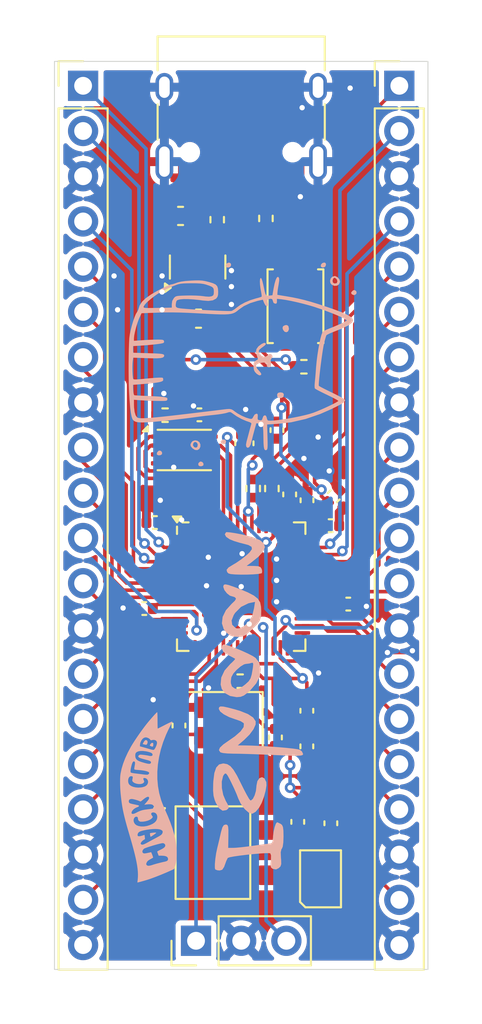
<source format=kicad_pcb>
(kicad_pcb (version 20241229) (generator "pcbnew") (generator_version "9.0")
  (layers (0 "F.Cu" signal) (2 "B.Cu" signal) (13 "F.Paste" user) (15 "B.Paste" user) (5 "F.SilkS" user "F.Silkscreen") (7 "B.SilkS" user "B.Silkscreen") (1 "F.Mask" user) (3 "B.Mask" user) (25 "Edge.Cuts" user))
  (net 0 "")
  (net 1 "+3V3")
  (net 2 "GND")
  (net 3 "+1V1")
  (net 4 "VBUS")
  (net 5 "XIN")
  (net 6 "Net-(C16-Pad2)")
  (net 7 "USB_D-")
  (net 8 "USB_D+")
  (net 9 "Net-(J1-CC2)")
  (net 10 "Net-(J1-CC1)")
  (net 11 "GPIO11")
  (net 12 "GPIO2")
  (net 13 "GPIO1")
  (net 14 "GPIO13")
  (net 15 "GPIO5")
  (net 16 "GPIO0")
  (net 17 "GPIO15")
  (net 18 "GPIO10")
  (net 19 "GPIO7")
  (net 20 "GPIO9")
  (net 21 "GPIO12")
  (net 22 "GPIO3")
  (net 23 "GPIO8")
  (net 24 "GPIO6")
  (net 25 "GPIO4")
  (net 26 "GPIO14")
  (net 27 "GPIO16")
  (net 28 "GPIO24")
  (net 29 "GPIO19")
  (net 30 "GPIO21")
  (net 31 "GPIO29_ADC3")
  (net 32 "GPIO18")
  (net 33 "GPIO22")
  (net 34 "RUN")
  (net 35 "GPIO17")
  (net 36 "GPIO23")
  (net 37 "GPIO28_ADC2")
  (net 38 "GPIO20")
  (net 39 "GPIO27_ADC1")
  (net 40 "GPIO26_ADC0")
  (net 41 "SWD")
  (net 42 "SWCLK")
  (net 43 "Net-(U1-USB_DP)")
  (net 44 "Net-(U1-USB_DM)")
  (net 45 "XOUT")
  (net 46 "QSPI_SS")
  (net 47 "QSPI_SD3")
  (net 48 "QSPI_SD0")
  (net 49 "QSPI_SD2")
  (net 50 "QSPI_SCLK")
  (net 52 "QSPI_SD1")
  (net 53 "Net-(R6-Pad2)")
  (net 54 "Net-(D1-DIN)")
  (net 56 "Net-(U3-Vcc)")
  (footprint "Capacitor_SMD:C_0402_1005Metric" (layer "F.Cu") (at 140.84 94.105)
    (property "Reference" "C8" (hide yes))
    (property "Value" "0.1uF")
  )
  (footprint "Capacitor_SMD:C_0603_1608Metric" (layer "F.Cu") (at 132.4 76.71 180)
    (property "Reference" "C13" (hide yes))
    (property "Value" "10uF")
  )
  (footprint "Resistor_SMD:R_0402_1005Metric" (layer "F.Cu") (at 137.2 76.85 -90)
    (property "Reference" "R2" (hide yes))
    (property "Value" "5.1K")
  )
  (footprint "Resistor_SMD:R_0402_1005Metric" (layer "F.Cu") (at 137.535 92.02 -90)
    (property "Reference" "R4" (hide yes))
    (property "Value" "27")
  )
  (footprint "Capacitor_SMD:C_0402_1005Metric" (layer "F.Cu") (at 138.99 110.74 90)
    (property "Reference" "R9" (hide yes))
    (property "Value" "100")
  )
  (footprint "Resistor_SMD:R_0402_1005Metric" (layer "F.Cu") (at 131.53 87.9)
    (property "Reference" "R7" (hide yes))
    (property "Value" "10K")
  )
  (footprint "Capacitor_SMD:C_0402_1005Metric" (layer "F.Cu") (at 141.01 92.455 45)
    (property "Reference" "C1" (hide yes))
    (property "Value" "1uF")
  )
  (footprint "Connector_PinHeader_2.54mm:PinHeader_1x03_P2.54mm_Vertical" (layer "F.Cu") (at 133.27 117.42 90)
    (property "Reference" "J4" (hide yes))
    (property "Value" "Conn_01x03")
  )
  (footprint "Connector_USB:USB_C_Receptacle_HRO_TYPE-C-31-M-12" (layer "F.Cu") (at 135.81 70.53 180)
    (property "Reference" "J1" (hide yes))
    (property "Value" "USB_C_Receptacle_USB2.0_14P")
  )
  (footprint "Capacitor_SMD:C_0402_1005Metric" (layer "F.Cu") (at 137.735 106 90)
    (property "Reference" "C16" (hide yes))
    (property "Value" "33pF")
  )
  (footprint "Crystal:Crystal_SMD_3225-4Pin_3.2x2.5mm" (layer "F.Cu") (at 134.96 105.16 180)
    (property "Reference" "Y1" (hide yes))
    (property "Value" "12 MHz")
  )
  (footprint "LED_SMD:LED_WS2812B-2020_PLCC4_2.0x2.0mm" (layer "F.Cu") (at 140.27 113.94 90)
    (property "Reference" "D1" (hide yes))
    (property "Value" "WS2812B-2020")
  )
  (footprint "Capacitor_SMD:C_0603_1608Metric" (layer "F.Cu") (at 133.41 82.48 180)
    (property "Reference" "C14" (hide yes))
    (property "Value" "10uF")
  )
  (footprint "Capacitor_SMD:C_0402_1005Metric" (layer "F.Cu") (at 130.96 93.93 180)
    (property "Reference" "C4" (hide yes))
    (property "Value" "0.1uF")
  )
  (footprint "Package_SON:Winbond_USON-8-1EP_3x2mm_P0.5mm_EP0.2x1.6mm" (layer "F.Cu") (at 132.61 89.855)
    (property "Reference" "U4" (hide yes))
    (property "Value" "W25Q16JVUXIQ TR")
  )
  (footprint "Capacitor_SMD:C_0402_1005Metric" (layer "F.Cu") (at 132.31 105.33 -90)
    (property "Reference" "C15" (hide yes))
    (property "Value" "33pF")
  )
  (footprint "Resistor_SMD:R_0402_1005Metric" (layer "F.Cu") (at 136.485 92.02 -90)
    (property "Reference" "R3" (hide yes))
    (property "Value" "27" (hide yes))
  )
  (footprint "Capacitor_SMD:C_0402_1005Metric" (layer "F.Cu") (at 138.535 92.35 90)
    (property "Reference" "C11" (hide yes))
    (property "Value" "0.1uF")
  )
  (footprint "Capacitor_SMD:C_0402_1005Metric" (layer "F.Cu") (at 141.83 98.51)
    (property "Reference" "C9" (hide yes))
    (property "Value" "0.1uF")
  )
  (footprint "OptoDevice:Everlight_IRM-H6xxT" (layer "F.Cu") (at 134.22 112.47)
    (property "Reference" "U3" (hide yes))
    (property "Value" "IRM-H6xxT" (hide yes))
  )
  (footprint "Capacitor_SMD:C_0402_1005Metric" (layer "F.Cu") (at 140.85 110.82 -90)
    (property "Reference" "R8" (hide yes))
    (property "Value" "330" (hide yes))
  )
  (footprint "Capacitor_SMD:C_0402_1005Metric" (layer "F.Cu") (at 139.5 106.5 -90)
    (property "Reference" "C2" (hide yes))
    (property "Value" "0.1uF")
  )
  (footprint "Resistor_SMD:R_0402_1005Metric" (layer "F.Cu") (at 139.335 85.18)
    (property "Reference" "R6" (hide yes))
    (property "Value" "1K")
  )
  (footprint "Capacitor_SMD:C_0402_1005Metric" (layer "F.Cu") (at 135.835 89.475 90)
    (property "Reference" "C12" (hide yes))
    (property "Value" "0.1uF")
  )
  (footprint "Resistor_SMD:R_0402_1005Metric" (layer "F.Cu") (at 135.75 102.84 180)
    (property "Reference" "R5" (hide yes))
    (property "Value" "1K")
  )
  (footprint "Package_DFN_QFN:QFN-56-1EP_7x7mm_P0.4mm_EP3.2x3.2mm" (layer "F.Cu") (at 135.81 97.53)
    (property "Reference" "U1" (hide yes))
    (property "Value" "RP2040")
  )
  (footprint "Connector_PinHeader_2.54mm:PinHeader_1x20_P2.54mm_Vertical" (layer "F.Cu") (at 126.92 69.4)
    (property "Reference" "J2" (hide yes))
    (property "Value" "Conn_01x20")
  )
  (footprint "Capacitor_SMD:C_0402_1005Metric" (layer "F.Cu") (at 139.51 92.68 90)
    (property "Reference" "C5" (hide yes))
    (property "Value" "0.1uF")
  )
  (footprint "Capacitor_SMD:C_0402_1005Metric" (layer "F.Cu") (at 130.36 98.76 180)
    (property "Reference" "C3" (hide yes))
    (property "Value" "0.1uF")
  )
  (footprint "Capacitor_SMD:C_0402_1005Metric" (layer "F.Cu") (at 137.82 88.74 90)
    (property "Reference" "C7" (hide yes))
    (property "Value" "0.1uF")
  )
  (footprint "Capacitor_SMD:C_0402_1005Metric" (layer "F.Cu") (at 133.46 87.88 180)
    (property "Reference" "C17" (hide yes))
    (property "Value" "0.1uF")
  )
  (footprint "Capacitor_SMD:C_0402_1005Metric" (layer "F.Cu") (at 139.5 104.5 -90)
    (property "Reference" "C10" (hide yes))
    (property "Value" "1uF")
  )
  (footprint "Resistor_SMD:R_0402_1005Metric" (layer "F.Cu") (at 134.46 76.92 -90)
    (property "Reference" "R1" (hide yes))
    (property "Value" "5.1K")
  )
  (footprint "Capacitor_SMD:C_0402_1005Metric" (layer "F.Cu") (at 136.86 89.48 90)
    (property "Reference" "C6" (hide yes))
    (property "Value" "0.1uF")
  )
  (footprint "Package_TO_SOT_SMD:SOT-23" (layer "F.Cu") (at 133.36 79.58 90)
    (property "Reference" "U2" (hide yes))
    (property "Value" "MCP1700x-330xxTT")
  )
  (footprint "Button_Switch_SMD:SW_Push_SPST_NO_Alps_SKRK" (layer "F.Cu") (at 138.86 81.78 -90)
    (property "Reference" "SW1" (hide yes))
    (property "Value" "SW_Push")
  )
  (footprint "Connector_PinHeader_2.54mm:PinHeader_1x20_P2.54mm_Vertical" (layer "F.Cu") (at 144.7 69.4)
    (property "Reference" "J3" (hide yes))
    (property "Value" "Conn_01x20")
  )
  (footprint "bull:name_banana" (layer "B.Cu") (at 136.2 103.99 90)
    (property "Reference" "G***" (hide yes))
    (property "Value" "LOGO" (hide yes))
  )
  (footprint "bull:flag" (layer "B.Cu") (at 130.44 109.55 90)
    (property "Reference" "G***" (hide yes))
    (property "Value" "LOGO" (hide yes))
  )
  (footprint "bull:cat_large" (layer "B.Cu") (at 135.88 85.05 90)
    (property "Reference" "G***" (hide yes))
    (property "Value" "LOGO" (hide yes))
  )
  (gr_rect (start 125.31 68.03) (end 146.31 119.03) (stroke (width 0.05)) (fill no) (layer "Edge.Cuts"))
  (segment (start 138.672439 98.53) (end 138.461 98.318561) (width 0.2) (layer "F.Cu") (net 1))
  (segment (start 138.09 86.86) (end 138.09 87.47) (width 0.2) (layer "F.Cu") (net 1))
  (segment (start 139.2475 98.53) (end 138.672439 98.53) (width 0.2) (layer "F.Cu") (net 1))
  (segment (start 131.44 93.93) (end 131.44 93.9975) (width 0.2) (layer "F.Cu") (net 1))
  (segment (start 134.185 82.955) (end 134.185 82.48) (width 0.2) (layer "F.Cu") (net 1))
  (segment (start 141.696 82.564) (end 144.7 79.56) (width 0.2) (layer "F.Cu") (net 1))
  (segment (start 137.61 102.68) (end 137.61 104.13) (width 0.2) (layer "F.Cu") (net 1))
  (segment (start 138.01 94.0925) (end 138.5775 94.0925) (width 0.2) (layer "F.Cu") (net 1))
  (segment (start 134.31 80.5175) (end 134.31 82.355) (width 0.2) (layer "F.Cu") (net 1))
  (segment (start 133.16 98.48) (end 133.16 94.879) (width 0.2) (layer "F.Cu") (net 1))
  (segment (start 138.461 95.079) (end 138.61 94.93) (width 0.2) (layer "F.Cu") (net 1))
  (segment (start 132.4235 94.879) (end 132.3725 94.93) (width 0.2) (layer "F.Cu") (net 1))
  (segment (start 136.41 94.0925) (end 136.41 93.494082) (width 0.2) (layer "F.Cu") (net 1))
  (segment (start 137.82 89.22) (end 138.431 88.609) (width 0.2) (layer "F.Cu") (net 1))
  (segment (start 140.670589 93.794411) (end 140.36 94.105) (width 0.2) (layer "F.Cu") (net 1))
  (segment (start 137.7475 86.5175) (end 134.185 82.955) (width 0.2) (layer "F.Cu") (net 1))
  (segment (start 136.01 100.9675) (end 136.01 101.69) (width 0.2) (layer "F.Cu") (net 1))
  (segment (start 132.04 87.43) (end 132.04 87.9) (width 0.2) (layer "F.Cu") (net 1))
  (segment (start 135.211 99.431) (end 134.011 99.431) (width 0.2) (layer "F.Cu") (net 1))
  (segment (start 132.3725 98.53) (end 133.11 98.53) (width 0.2) (layer "F.Cu") (net 1))
  (segment (start 136.41 93.494082) (end 136.21 93.294082) (width 0.2) (layer "F.Cu") (net 1))
  (segment (start 137.61 104.13) (end 139.5 106.02) (width 0.2) (layer "F.Cu") (net 1))
  (segment (start 140.121 91.884231) (end 140.121 91.87345) (width 0.2) (layer "F.Cu") (net 1))
  (segment (start 133.94 87.88) (end 133.94 87.159105) (width 0.2) (layer "F.Cu") (net 1))
  (segment (start 139.2475 98.53) (end 141.33 98.53) (width 0.2) (layer "F.Cu") (net 1))
  (segment (start 136.01 94.0925) (end 136.01 93.494082) (width 0.2) (layer "F.Cu") (net 1))
  (segment (start 136.01 94.0925) (end 136.01 94.63) (width 0.2) (layer "F.Cu") (net 1))
  (segment (start 139.935 91.68745) (end 139.935 90.63) (width 0.2) (layer "F.Cu") (net 1))
  (segment (start 133.560895 86.78) (end 132.69 86.78) (width 0.2) (layer "F.Cu") (net 1))
  (segment (start 134.011 99.431) (end 133.711 99.131) (width 0.2) (layer "F.Cu") (net 1))
  (segment (start 133.16 94.879) (end 132.4235 94.879) (width 0.2) (layer "F.Cu") (net 1))
  (segment (start 138.5775 94.0925) (end 139.51 93.16) (width 0.2) (layer "F.Cu") (net 1))
  (segment (start 134.035 89.105) (end 134.726 88.414) (width 0.2) (layer "F.Cu") (net 1))
  (segment (start 141.33 98.53) (end 141.35 98.51) (width 0.2) (layer "F.Cu") (net 1))
  (segment (start 140.121 91.87345) (end 139.935 91.68745) (width 0.2) (layer "F.Cu") (net 1))
  (segment (start 140.36 94.105) (end 140.0725 94.105) (width 0.2) (layer "F.Cu") (net 1))
  (segment (start 135.761 94.879) (end 133.16 94.879) (width 0.2) (layer "F.Cu") (net 1))
  (segment (start 137.61 102.68) (end 137.04034 102.68) (width 0.2) (layer "F.Cu") (net 1))
  (segment (start 138.99 110.26) (end 138.99 109.25) (width 0.2) (layer "F.Cu") (net 1))
  (segment (start 140.32 92.083231) (end 140.32 92.443822) (width 0.2) (layer "F.Cu") (net 1))
  (segment (start 138.56 108.82) (end 139.32 108.82) (width 0.2) (layer "F.Cu") (net 1))
  (segment (start 136.01 101.69) (end 136.23 101.91) (width 0.2) (layer "F.Cu") (net 1))
  (segment (start 136.23 101.91) (end 136.539 102.219) (width 0.2) (layer "F.Cu") (net 1))
  (segment (start 140.670589 92.794411) (end 139.875589 92.794411) (width 0.2) (layer "F.Cu") (net 1))
  (segment (start 140.670589 92.794411) (end 140.670589 93.794411) (width 0.2) (layer "F.Cu") (net 1))
  (segment (start 136.01 94.63) (end 135.761 94.879) (width 0.2) (layer "F.Cu") (net 1))
  (segment (start 138.99 109.25) (end 138.56 108.82) (width 0.2) (layer "F.Cu") (net 1))
  (segment (start 136.434387 90.385613) (end 136.86 89.96) (width 0.2) (layer "F.Cu") (net 1))
  (segment (start 133.94 87.159105) (end 133.560895 86.78) (width 0.2) (layer "F.Cu") (net 1))
  (segment (start 136.434387 90.712083) (end 136.434387 90.385613) (width 0.2) (layer "F.Cu") (net 1))
  (segment (start 137.04034 102.68) (end 136.62134 102.261) (width 0.2) (layer "F.Cu") (net 1))
  (segment (start 138.431 88.609) (end 138.431 87.201) (width 0.2) (layer "F.Cu") (net 1))
  (segment (start 137.6 89.22) (end 136.86 89.96) (width 0.2) (layer "F.Cu") (net 1))
  (segment (start 133.711 98.889242) (end 133.301758 98.48) (width 0.2) (layer "F.Cu") (net 1))
  (segment (start 140.0725 94.105) (end 139.2475 94.93) (width 0.2) (layer "F.Cu") (net 1))
  (segment (start 131.07 98.53) (end 130.84 98.76) (width 0.2) (layer "F.Cu") (net 1))
  (segment (start 139.875589 92.794411) (end 139.51 93.16) (width 0.2) (layer "F.Cu") (net 1))
  (segment (start 134.31 82.355) (end 134.185 82.48) (width 0.2) (layer "F.Cu") (net 1))
  (segment (start 133.94 89.01) (end 134.035 89.105) (width 0.2) (layer "F.Cu") (net 1))
  (segment (start 136.01 93.494082) (end 136.21 93.294082) (width 0.2) (layer "F.Cu") (net 1))
  (segment (start 139.5 106.02) (end 138.56 106.96) (width 0.2) (layer "F.Cu") (net 1))
  (segment (start 136.01 100.23) (end 135.211 99.431) (width 0.2) (layer "F.Cu") (net 1))
  (segment (start 133.94 87.88) (end 133.94 89.01) (width 0.2) (layer "F.Cu") (net 1))
  (segment (start 141.696 88.869) (end 141.696 82.564) (width 0.2) (layer "F.Cu") (net 1))
  (segment (start 133.11 98.53) (end 133.16 98.48) (width 0.2) (layer "F.Cu") (net 1))
  (segment (start 137.7475 86.742443) (end 137.7475 86.5175) (width 0.2) (layer "F.Cu") (net 1))
  (segment (start 131.44 93.9975) (end 132.3725 94.93) (width 0.2) (layer "F.Cu") (net 1))
  (segment (start 132.3725 98.53) (end 131.07 98.53) (width 0.2) (layer "F.Cu") (net 1))
  (segment (start 138.461 98.318561) (end 138.461 95.079) (width 0.2) (layer "F.Cu") (net 1))
  (segment (start 136.075943 88.414) (end 137.7475 86.742443) (width 0.2) (layer "F.Cu") (net 1))
  (segment (start 138.09 86.86) (end 137.7475 86.5175) (width 0.2) (layer "F.Cu") (net 1))
  (segment (start 133.301758 98.48) (end 133.16 98.48) (width 0.2) (layer "F.Cu") (net 1))
  (segment (start 138.56 106.96) (end 138.56 107.56) (width 0.2) (layer "F.Cu") (net 1))
  (segment (start 132.69 86.78) (end 132.04 87.43) (width 0.2) (layer "F.Cu") (net 1))
  (segment (start 140.32 92.083231) (end 140.121 91.884231) (width 0.2) (layer "F.Cu") (net 1))
  (segment (start 139.84 109.34) (end 139.84 112.8) (width 0.2) (layer "F.Cu") (net 1))
  (segment (start 138.09 87.47) (end 138.08 87.48) (width 0.2) (layer "F.Cu") (net 1))
  (segment (start 139.935 90.63) (end 141.696 88.869) (width 0.2) (layer "F.Cu") (net 1))
  (segment (start 138.431 87.201) (end 138.09 86.86) (width 0.2) (layer "F.Cu") (net 1))
  (segment (start 138.61 94.93) (end 139.2475 94.93) (width 0.2) (layer "F.Cu") (net 1))
  (segment (start 140.32 92.443822) (end 140.670589 92.794411) (width 0.2) (layer "F.Cu") (net 1))
  (segment (start 136.539 102.219) (end 136.5419 102.219) (width 0.2) (layer "F.Cu") (net 1))
  (segment (start 133.711 99.131) (end 133.711 98.889242) (width 0.2) (layer "F.Cu") (net 1))
  (segment (start 139.32 108.82) (end 139.84 109.34) (width 0.2) (layer "F.Cu") (net 1))
  (segment (start 134.726 88.414) (end 136.075943 88.414) (width 0.2) (layer "F.Cu") (net 1))
  (segment (start 136.01 100.9675) (end 136.01 100.23) (width 0.2) (layer "F.Cu") (net 1))
  (segment (start 137.78 89.22) (end 137.6 89.22) (width 0.2) (layer "F.Cu") (net 1))
  (via (at 136.434387 90.712083) (size 0.6) (drill 0.3) (layers "F.Cu" "B.Cu") (net 1))
  (via (at 138.56 107.56) (size 0.6) (drill 0.3) (layers "F.Cu" "B.Cu") (net 1))
  (via (at 136.21 93.294082) (size 0.6) (drill 0.3) (layers "F.Cu" "B.Cu") (net 1))
  (via (at 140.32 92.083231) (size 0.6) (drill 0.3) (layers "F.Cu" "B.Cu") (net 1))
  (via (at 138.56 108.82) (size 0.6) (drill 0.3) (layers "F.Cu" "B.Cu") (net 1))
  (via (at 138.08 87.48) (size 0.6) (drill 0.3) (layers "F.Cu" "B.Cu") (net 1))
  (segment (start 136.21 93.294082) (end 136.21 90.93647) (width 0.2) (layer "B.Cu") (net 1))
  (segment (start 136.21 90.93647) (end 136.434387 90.712083) (width 0.2) (layer "B.Cu") (net 1))
  (segment (start 138.04 90.135) (end 139.988231 92.083231) (width 0.2) (layer "B.Cu") (net 1))
  (segment (start 138.56 107.56) (end 138.56 108.82) (width 0.2) (layer "B.Cu") (net 1))
  (segment (start 138.04 87.52) (end 138.04 90.135) (width 0.2) (layer "B.Cu") (net 1))
  (segment (start 139.988231 92.083231) (end 140.32 92.083231) (width 0.2) (layer "B.Cu") (net 1))
  (segment (start 138.08 87.48) (end 138.04 87.52) (width 0.2) (layer "B.Cu") (net 1))
  (segment (start 133.86 103.328527) (end 133.97 103.218527) (width 0.2) (layer "F.Cu") (net 2))
  (segment (start 139.51 92.2) (end 139.51 90.505) (width 0.2) (layer "F.Cu") (net 2))
  (segment (start 131.11 105.32) (end 131.11 107.07) (width 0.2) (layer "F.Cu") (net 2))
  (segment (start 139.06 74.575) (end 139.06 75.555) (width 0.2) (layer "F.Cu") (net 2))
  (segment (start 141.349411 93.015589) (end 141.32 93.045) (width 0.2) (layer "F.Cu") (net 2))
  (segment (start 132.98 87.525446) (end 133.125446 87.38) (width 0.2) (layer "F.Cu") (net 2))
  (segment (start 142.723559 98.51) (end 142.85 98.636441) (width 0.2) (layer "F.Cu") (net 2))
  (segment (start 135.84 89) (end 135.835 88.995) (width 0.2) (layer "F.Cu") (net 2))
  (segment (start 137.735 106.48) (end 137.735 107.785) (width 0.2) (layer "F.Cu") (net 2))
  (segment (start 134.56 107.51) (end 136.06 106.01) (width 0.2) (layer "F.Cu") (net 2))
  (segment (start 139.51 90.505) (end 139.335 90.33) (width 0.2) (layer "F.Cu") (net 2))
  (segment (start 138.535 91.87) (end 138.535 91.13) (width 0.2) (layer "F.Cu") (net 2))
  (segment (start 139.5 104.98) (end 140.25 104.98) (width 0.2) (layer "F.Cu") (net 2))
  (segment (start 131.55 107.51) (end 134.56 107.51) (width 0.2) (layer "F.Cu") (net 2))
  (segment (start 130.48 93.93) (end 130.48 93.46) (width 0.2) (layer "F.Cu") (net 2))
  (segment (start 137.6 88.26) (end 136.86 89) (width 0.2) (layer "F.Cu") (net 2))
  (segment (start 141.349411 91.619411) (end 140.76 91.03) (width 0.2) (layer "F.Cu") (net 2))
  (segment (start 139.06 75.555) (end 139.135 75.63) (width 0.2) (layer "F.Cu") (net 2))
  (segment (start 131.185 90.605) (end 131.79353 90.605) (width 0.2) (layer "F.Cu") (net 2))
  (segment (start 137.735 106.48) (end 136.53 106.48) (width 0.2) (layer "F.Cu") (net 2))
  (segment (start 141.32 93.045) (end 141.32 94.105) (width 0.2) (layer "F.Cu") (net 2))
  (segment (start 132.31 104.85) (end 131.58 104.85) (width 0.2) (layer "F.Cu") (net 2))
  (segment (start 137.82 88.26) (end 137.6 88.26) (width 0.2) (layer "F.Cu") (net 2))
  (segment (start 136.86 89) (end 135.84 89) (width 0.2) (layer "F.Cu") (net 2))
  (segment (start 130.84 113.74) (end 131.07 113.74) (width 0.2) (layer "F.Cu") (net 2))
  (segment (start 136.86 88.478472) (end 136.921736 88.416736) (width 0.2) (layer "F.Cu") (net 2))
  (segment (start 138.535 91.13) (end 139.335 90.33) (width 0.2) (layer "F.Cu") (net 2))
  (segment (start 141.349411 92.115589) (end 141.349411 93.015589) (width 0.2) (layer "F.Cu") (net 2))
  (segment (start 131.11 107.07) (end 131.55 107.51) (width 0.2) (layer "F.Cu") (net 2))
  (segment (start 139.5 107.83) (end 139.5 106.98) (width 0.2) (layer "F.Cu") (net 2))
  (segment (start 134.822649 100.144932) (end 134.81 100.157581) (width 0.2) (layer "F.Cu") (net 2))
  (segment (start 136.86 89) (end 136.86 88.478472) (width 0.2) (layer "F.Cu") (net 2))
  (segment (start 130.48 93.46) (end 131.26 92.68) (width 0.2) (layer "F.Cu") (net 2))
  (segment (start 140.45 102.67) (end 140.16 102.38) (width 0.2) (layer "F.Cu") (net 2))
  (segment (start 134.81 100.157581) (end 134.81 100.9675) (width 0.2) (layer "F.Cu") (net 2))
  (segment (start 129.198008 98.76) (end 129.168008 98.73) (width 0.2) (layer "F.Cu") (net 2))
  (segment (start 138.11 108.16) (end 139.17 108.16) (width 0.2) (layer "F.Cu") (net 2))
  (segment (start 141.895 114.855) (end 144.7 117.66) (width 0.2) (layer "F.Cu") (net 2))
  (segment (start 126.92 117.66) (end 130.84 113.74) (width 0.2) (layer "F.Cu") (net 2))
  (segment (start 144.03 101.23) (end 145.335 101.23) (width 0.2) (layer "F.Cu") (net 2))
  (segment (start 141.349411 92.115589) (end 141.349411 91.619411) (width 0.2) (layer "F.Cu") (net 2))
  (segment (start 131.58 104.85) (end 131.11 105.32) (width 0.2) (layer "F.Cu") (net 2))
  (segment (start 136.53 106.48) (end 136.06 106.01) (width 0.2) (layer "F.Cu") (net 2))
  (segment (start 129.88 98.76) (end 129.198008 98.76) (width 0.2) (layer "F.Cu") (net 2))
  (segment (start 142.31 98.51) (end 142.723559 98.51) (width 0.2) (layer "F.Cu") (net 2))
  (segment (start 145.335 101.23) (end 145.435 101.13) (width 0.2) (layer "F.Cu") (net 2))
  (segment (start 138.865 92.2) (end 138.535 91.87) (width 0.2) (layer "F.Cu") (net 2))
  (segment (start 144.7 99.88) (end 144.7 100.56) (width 0.2) (layer "F.Cu") (net 2))
  (segment (start 140.25 104.98) (end 140.45 104.78) (width 0.2) (layer "F.Cu") (net 2))
  (segment (start 137.735 107.785) (end 138.11 108.16) (width 0.2) (layer "F.Cu") (net 2))
  (segment (start 140.45 104.78) (end 140.45 102.67) (width 0.2) (layer "F.Cu") (net 2))
  (segment (start 140.82 114.855) (end 141.895 114.855) (width 0.2) (layer "F.Cu") (net 2))
  (segment (start 139.17 108.16) (end 139.5 107.83) (width 0.2) (layer "F.Cu") (net 2))
  (segment (start 132.98 87.88) (end 132.98 87.525446) (width 0.2) (layer "F.Cu") (net 2))
  (segment (start 139.51 92.2) (end 138.865 92.2) (width 0.2) (layer "F.Cu") (net 2))
  (segment (start 131.79353 90.605) (end 132.014265 90.825735) (width 0.2) (layer "F.Cu") (net 2))
  (via (at 133.125446 87.38) (size 0.6) (drill 0.3) (layers "F.Cu" "B.Cu") (net 2))
  (via (at 145.435 101.13) (size 0.6) (drill 0.3) (layers "F.Cu" "B.Cu") (net 2))
  (via (at 132.014265 90.825735) (size 0.6) (drill 0.3) (layers "F.Cu" "B.Cu") (net 2))
  (via (at 133.86 97.48) (size 0.6) (drill 0.3) (layers "F.Cu" "B.Cu") (net 2))
  (via (at 139.235 70.63) (size 0.6) (drill 0.3) (layers "F.Cu" "B.Cu") (net 2))
  (via (at 136.06 87.58) (size 0.6) (drill 0.3) (layers "F.Cu" "B.Cu") (net 2))
  (via (at 134.822649 100.144932) (size 0.6) (drill 0.3) (layers "F.Cu" "B.Cu") (net 2))
  (via (at 129.168008 98.73) (size 0.6) (drill 0.3) (layers "F.Cu" "B.Cu") (net 2))
  (via (at 135.26 79.78) (size 0.6) (drill 0.3) (layers "F.Cu" "B.Cu") (net 2))
  (via (at 128.86 81.98) (size 0.6) (drill 0.3) (layers "F.Cu" "B.Cu") (net 2))
  (via (at 131.36 80.08) (size 0.6) (drill 0.3) (layers "F.Cu" "B.Cu") (net 2))
  (via (at 137.798561 95.98) (size 0.6) (drill 0.3) (layers "F.Cu" "B.Cu") (net 2))
  (via (at 131.26 92.68) (size 0.6) (drill 0.3) (layers "F.Cu" "B.Cu") (net 2))
  (via (at 131.36 80.98) (size 0.6) (drill 0.3) (layers "F.Cu" "B.Cu") (net 2))
  (via (at 131.46 86.68) (size 0.6) (drill 0.3) (layers "F.Cu" "B.Cu") (net 2))
  (via (at 142.85 98.636441) (size 0.6) (drill 0.3) (layers "F.Cu" "B.Cu") (net 2))
  (via (at 139.135 75.63) (size 0.6) (drill 0.3) (layers "F.Cu" "B.Cu") (net 2))
  (via (at 132.46 93.78) (size 0.6) (drill 0.3) (layers "F.Cu" "B.Cu") (net 2))
  (via (at 139.335 90.33) (size 0.6) (drill 0.3) (layers "F.Cu" "B.Cu") (net 2))
  (via (at 135.26 81.68) (size 0.6) (drill 0.3) (layers "F.Cu" "B.Cu") (net 2))
  (via (at 141.935 69.53) (size 0.6) (drill 0.3) (layers "F.Cu" "B.Cu") (net 2))
  (via (at 136.921736 88.416736) (size 0.6) (drill 0.3) (layers "F.Cu" "B.Cu") (net 2))
  (via (at 133.96 95.88) (size 0.6) (drill 0.3) (layers "F.Cu" "B.Cu") (net 2))
  (via (at 135.26 80.68) (size 0.6) (drill 0.3) (layers "F.Cu" "B.Cu") (net 2))
  (via (at 131.36 81.98) (size 0.6) (drill 0.3) (layers "F.Cu" "B.Cu") (net 2))
  (via (at 140.16 102.38) (size 0.6) (drill 0.3) (layers "F.Cu" "B.Cu") (net 2))
  (via (at 137.798561 97.18) (size 0.6) (drill 0.3) (layers "F.Cu" "B.Cu") (net 2))
  (via (at 137.798561 98.38) (size 0.6) (drill 0.3) (layers "F.Cu" "B.Cu") (net 2))
  (via (at 140.135 89.13) (size 0.6) (drill 0.3) (layers "F.Cu" "B.Cu") (net 2))
  (via (at 140.76 91.03) (size 0.6) (drill 0.3) (layers "F.Cu" "B.Cu") (net 2))
  (via (at 144.03 101.23) (size 0.6) (drill 0.3) (layers "F.Cu" "B.Cu") (net 2))
  (via (at 130.86 103.88) (size 0.6) (drill 0.3) (layers "F.Cu" "B.Cu") (net 2))
  (via (at 135.81 97.53) (size 0.6) (drill 0.3) (layers "F.Cu" "B.Cu") (net 2))
  (via (at 133.97 103.218527) (size 0.6) (drill 0.3) (layers "F.Cu" "B.Cu") (net 2))
  (via (at 135.86 95.68) (size 0.6) (drill 0.3) (layers "F.Cu" "B.Cu") (net 2))
  (via (at 128.66 80.08) (size 0.6) (drill 0.3) (layers "F.Cu" "B.Cu") (net 2))
  (segment (start 136.06 87.58) (end 136.085 87.58) (width 0.2) (layer "B.Cu") (net 2))
  (segment (start 136.085 87.58) (end 136.921736 88.416736) (width 0.2) (layer "B.Cu") (net 2))
  (segment (start 135.835 89.955) (end 135.835 89.947589) (width 0.2) (layer "F.Cu") (net 3))
  (segment (start 137.7629 101.86) (end 138.5929 102.69) (width 0.2) (layer "F.Cu") (net 3))
  (segment (start 139.5 102.92) (end 139.26 102.68) (width 0.2) (layer "F.Cu") (net 3))
  (segment (start 135.61 90.18) (end 135.835 89.955) (width 0.2) (layer "F.Cu") (net 3))
  (segment (start 136.41 100.9675) (end 136.41 101.52) (width 0.2) (layer "F.Cu") (net 3))
  (segment (start 138.5929 102.69) (end 138.65 102.69) (width 0.2) (layer "F.Cu") (net 3))
  (segment (start 135.835 89.947589) (end 135.025002 89.137591) (width 0.2) (layer "F.Cu") (net 3))
  (segment (start 136.75 101.86) (end 137.7629 101.86) (width 0.2) (layer "F.Cu") (net 3))
  (segment (start 139.5 104.02) (end 139.5 102.92) (width 0.2) (layer "F.Cu") (net 3))
  (segment (start 138.65 102.69) (end 139.25 102.69) (width 0.2) (layer "F.Cu") (net 3))
  (segment (start 137.61 94.73) (end 137.31 95.03) (width 0.2) (layer "F.Cu") (net 3))
  (segment (start 135.61 94.0925) (end 135.61 90.18) (width 0.2) (layer "F.Cu") (net 3))
  (segment (start 137.61 93.52) (end 138.3 92.83) (width 0.2) (layer "F.Cu") (net 3))
  (segment (start 139.25 102.69) (end 139.26 102.68) (width 0.2) (layer "F.Cu") (net 3))
  (segment (start 138.3 92.83) (end 138.535 92.83) (width 0.2) (layer "F.Cu") (net 3))
  (segment (start 137.31 95.03) (end 137.198561 95.03) (width 0.2) (layer "F.Cu") (net 3))
  (segment (start 137.61 94.0925) (end 137.61 94.73) (width 0.2) (layer "F.Cu") (net 3))
  (segment (start 136.41 101.52) (end 136.75 101.86) (width 0.2) (layer "F.Cu") (net 3))
  (segment (start 137.61 94.0925) (end 137.61 93.52) (width 0.2) (layer "F.Cu") (net 3))
  (via (at 135.025002 89.137591) (size 0.6) (drill 0.3) (layers "F.Cu" "B.Cu") (net 3))
  (via (at 137.198561 95.03) (size 0.6) (drill 0.3) (layers "F.Cu" "B.Cu") (net 3))
  (via (at 139.26 102.68) (size 0.6) (drill 0.3) (layers "F.Cu" "B.Cu") (net 3))
  (segment (start 135.11 93.13) (end 137.01 95.03) (width 0.2) (layer "B.Cu") (net 3))
  (segment (start 135.11 93.13) (end 137.16 95.18) (width 0.2) (layer "B.Cu") (net 3))
  (segment (start 135.025002 93.045002) (end 135.11 93.13) (width 0.2) (layer "B.Cu") (net 3))
  (segment (start 137.71018 101.13018) (end 137.71018 99.280123) (width 0.2) (layer "B.Cu") (net 3))
  (segment (start 137.310057 95.18) (end 137.435029 95.055028) (width 0.2) (layer "B.Cu") (net 3))
  (segment (start 137.71018 99.280123) (end 137.198561 98.768504) (width 0.2) (layer "B.Cu") (net 3))
  (segment (start 135.025002 89.137591) (end 135.025002 93.045002) (width 0.2) (layer "B.Cu") (net 3))
  (segment (start 137.01 95.03) (end 137.198561 95.03) (width 0.2) (layer "B.Cu") (net 3))
  (segment (start 137.16 95.18) (end 137.310057 95.18) (width 0.2) (layer "B.Cu") (net 3))
  (segment (start 137.198561 98.768504) (end 137.198561 95.03) (width 0.2) (layer "B.Cu") (net 3))
  (segment (start 139.26 102.68) (end 137.71018 101.13018) (width 0.2) (layer "B.Cu") (net 3))
  (segment (start 140.084992 70.789) (end 143.311 70.789) (width 0.2) (layer "F.Cu") (net 4))
  (segment (start 133.36 74.575) (end 133.36 75.25) (width 0.2) (layer "F.Cu") (net 4))
  (segment (start 133.175 75.435) (end 133.175 76.71) (width 0.2) (layer "F.Cu") (net 4))
  (segment (start 138.024 72.849992) (end 140.084992 70.789) (width 0.2) (layer "F.Cu") (net 4))
  (segment (start 138.024 74.339) (end 138.024 72.849992) (width 0.2) (layer "F.Cu") (net 4))
  (segment (start 143.311 70.789) (end 144.7 69.4) (width 0.2) (layer "F.Cu") (net 4))
  (segment (start 133.175 76.71) (end 133.175 78.4575) (width 0.2) (layer "F.Cu") (net 4))
  (segment (start 133.36 75.25) (end 133.175 75.435) (width 0.2) (layer "F.Cu") (net 4))
  (segment (start 134.160008 72.849992) (end 133.36 73.65) (width 0.2) (layer "F.Cu") (net 4))
  (segment (start 138.26 74.575) (end 138.024 74.339) (width 0.2) (layer "F.Cu") (net 4))
  (segment (start 133.36 73.65) (end 133.36 74.575) (width 0.2) (layer "F.Cu") (net 4))
  (segment (start 138.024 72.849992) (end 134.160008 72.849992) (width 0.2) (layer "F.Cu") (net 4))
  (segment (start 133.175 78.4575) (end 133.36 78.6425) (width 0.2) (layer "F.Cu") (net 4))
  (segment (start 134.861 103.72484) (end 134.861 104.89516) (width 0.2) (layer "F.Cu") (net 5))
  (segment (start 134.57 105.3) (end 133.86 106.01) (width 0.2) (layer "F.Cu") (net 5))
  (segment (start 134.861 104.89516) (end 134.57 105.18616) (width 0.2) (layer "F.Cu") (net 5))
  (segment (start 134.57 105.18616) (end 134.57 105.3) (width 0.2) (layer "F.Cu") (net 5))
  (segment (start 135.21 101.77) (end 134.57 102.41) (width 0.2) (layer "F.Cu") (net 5))
  (segment (start 132.5 105.83) (end 133.68 105.83) (width 0.2) (layer "F.Cu") (net 5))
  (segment (start 134.57 102.41) (end 134.57 103.43384) (width 0.2) (layer "F.Cu") (net 5))
  (segment (start 133.68 105.83) (end 133.86 106.01) (width 0.2) (layer "F.Cu") (net 5))
  (segment (start 135.21 100.9675) (end 135.21 101.77) (width 0.2) (layer "F.Cu") (net 5))
  (segment (start 132.31 105.64) (end 132.5 105.83) (width 0.2) (layer "F.Cu") (net 5))
  (segment (start 134.57 103.43384) (end 134.861 103.72484) (width 0.2) (layer "F.Cu") (net 5))
  (segment (start 137.735 105.52) (end 137.27 105.52) (width 0.2) (layer "F.Cu") (net 6))
  (segment (start 136.26 102.84) (end 136.26 104.11) (width 0.2) (layer "F.Cu") (net 6))
  (segment (start 136.26 104.11) (end 136.06 104.31) (width 0.2) (layer "F.Cu") (net 6))
  (segment (start 137.27 105.52) (end 136.06 104.31) (width 0.2) (layer "F.Cu") (net 6))
  (segment (start 136.752772 78.954203) (end 136.752772 79.336431) (width 0.2) (layer "F.Cu") (net 7))
  (segment (start 136.535 75.687501) (end 136.535 78.736431) (width 0.2) (layer "F.Cu") (net 7))
  (segment (start 135.56 74.575) (end 135.56 73.598) (width 0.2) (layer "F.Cu") (net 7))
  (segment (start 139.285 86.606802) (end 139.285 89.346397) (width 0.2) (layer "F.Cu") (net 7))
  (segment (start 136.56 74.575) (end 136.56 75.662501) (width 0.2) (layer "F.Cu") (net 7))
  (segment (start 136.535 83.856802) (end 139.285 86.606802) (width 0.2) (layer "F.Cu") (net 7))
  (segment (start 136.511 73.549) (end 136.56 73.598) (width 0.2) (layer "F.Cu") (net 7))
  (segment (start 139.285 89.346397) (end 137.535 91.096397) (width 0.2) (layer "F.Cu") (net 7))
  (segment (start 136.535 80.286899) (end 136.535 83.856802) (width 0.2) (layer "F.Cu") (net 7))
  (segment (start 136.535 79.936431) (end 136.535 80.286899) (width 0.2) (layer "F.Cu") (net 7))
  (segment (start 136.535 79.554203) (end 136.535 79.936431) (width 0.2) (layer "F.Cu") (net 7))
  (segment (start 136.56 73.598) (end 136.56 74.575) (width 0.2) (layer "F.Cu") (net 7))
  (segment (start 136.56 75.662501) (end 136.535 75.687501) (width 0.2) (layer "F.Cu") (net 7))
  (segment (start 135.56 73.598) (end 135.609 73.549) (width 0.2) (layer "F.Cu") (net 7))
  (segment (start 135.609 73.549) (end 136.511 73.549) (width 0.2) (layer "F.Cu") (net 7))
  (segment (start 137.535 91.096397) (end 137.535 91.51) (width 0.2) (layer "F.Cu") (net 7))
  (arc (start 136.752772 79.336431) (mid 136.72088 79.413425) (end 136.643886 79.445317) (width 0.2) (layer "F.Cu") (net 7))
  (arc (start 136.535 78.736431) (mid 136.566892 78.813425) (end 136.643886 78.845317) (width 0.2) (layer "F.Cu") (net 7))
  (arc (start 136.643886 78.845317) (mid 136.72088 78.877209) (end 136.752772 78.954203) (width 0.2) (layer "F.Cu") (net 7))
  (arc (start 136.643886 79.445317) (mid 136.566892 79.477209) (end 136.535 79.554203) (width 0.2) (layer "F.Cu") (net 7))
  (segment (start 135.06 75.552) (end 135.109 75.601) (width 0.2) (layer "F.Cu") (net 8))
  (segment (start 135.109 75.601) (end 136.011 75.601) (width 0.2) (layer "F.Cu") (net 8))
  (segment (start 138.835 86.793198) (end 138.835 89.16) (width 0.2) (layer "F.Cu") (net 8))
  (segment (start 136.06 75.552) (end 136.06 74.575) (width 0.2) (layer "F.Cu") (net 8))
  (segment (start 136.06 75.662501) (end 136.085 75.687501) (width 0.2) (layer "F.Cu") (net 8))
  (segment (start 135.06 74.575) (end 135.06 75.552) (width 0.2) (layer "F.Cu") (net 8))
  (segment (start 136.085 84.043198) (end 138.835 86.793198) (width 0.2) (layer "F.Cu") (net 8))
  (segment (start 136.085 75.687501) (end 136.085 84.043198) (width 0.2) (layer "F.Cu") (net 8))
  (segment (start 136.011 75.601) (end 136.06 75.552) (width 0.2) (layer "F.Cu") (net 8))
  (segment (start 138.835 89.16) (end 136.485 91.51) (width 0.2) (layer "F.Cu") (net 8))
  (segment (start 136.06 74.575) (end 136.06 75.662501) (width 0.2) (layer "F.Cu") (net 8))
  (segment (start 134.06 76.01) (end 134.46 76.41) (width 0.2) (layer "F.Cu") (net 9))
  (segment (start 134.06 74.575) (end 134.06 76.01) (width 0.2) (layer "F.Cu") (net 9))
  (segment (start 137.06 74.575) (end 137.06 76.2) (width 0.2) (layer "F.Cu") (net 10))
  (segment (start 137.06 76.2) (end 137.2 76.34) (width 0.2) (layer "F.Cu") (net 10))
  (segment (start 131.7271 100.13) (end 131.6661 100.191) (width 0.2) (layer "F.Cu") (net 11))
  (segment (start 131.6661 100.191) (end 129.7161 100.191) (width 0.2) (layer "F.Cu") (net 11))
  (segment (start 129.7161 100.191) (end 128.35855 101.54855) (width 0.2) (layer "F.Cu") (net 11))
  (segment (start 132.3725 100.13) (end 131.7271 100.13) (width 0.2) (layer "F.Cu") (net 11))
  (segment (start 128.35855 103.52145) (end 126.92 104.96) (width 0.2) (layer "F.Cu") (net 11))
  (segment (start 128.35855 101.54855) (end 128.35855 103.52145) (width 0.2) (layer "F.Cu") (net 11))
  (segment (start 130.55 96.13) (end 130.35 95.93) (width 0.2) (layer "F.Cu") (net 12))
  (segment (start 132.3725 96.13) (end 130.55 96.13) (width 0.2) (layer "F.Cu") (net 12))
  (via (at 130.35 95.93) (size 0.6) (drill 0.3) (layers "F.Cu" "B.Cu") (net 12))
  (segment (start 129.659 95.239) (end 129.659 79.759) (width 0.2) (layer "B.Cu") (net 12))
  (segment (start 130.35 95.93) (end 129.659 95.239) (width 0.2) (layer "B.Cu") (net 12))
  (segment (start 129.659 79.759) (end 126.92 77.02) (width 0.2) (layer "B.Cu") (net 12))
  (segment (start 132.3725 95.73) (end 130.998529 95.73) (width 0.2) (layer "F.Cu") (net 13))
  (segment (start 130.998529 95.73) (end 130.374263 95.105734) (width 0.2) (layer "F.Cu") (net 13))
  (via (at 130.374263 95.105734) (size 0.6) (drill 0.3) (layers "F.Cu" "B.Cu") (net 13))
  (segment (start 130.06 75.08) (end 126.92 71.94) (width 0.2) (layer "B.Cu") (net 13))
  (segment (start 130.06 94.791471) (end 130.06 75.08) (width 0.2) (layer "B.Cu") (net 13))
  (segment (start 130.374263 95.105734) (end 130.06 94.791471) (width 0.2) (layer "B.Cu") (net 13))
  (segment (start 129.7 102.04) (end 129.16055 102.57945) (width 0.2) (layer "F.Cu") (net 14))
  (segment (start 129.16055 107.79945) (end 126.92 110.04) (width 0.2) (layer "F.Cu") (net 14))
  (segment (start 133.61 100.9675) (end 133.61 101.52) (width 0.2) (layer "F.Cu") (net 14))
  (segment (start 133.61 101.52) (end 133.09 102.04) (width 0.2) (layer "F.Cu") (net 14))
  (segment (start 133.09 102.04) (end 129.7 102.04) (width 0.2) (layer "F.Cu") (net 14))
  (segment (start 129.16055 102.57945) (end 129.16055 107.79945) (width 0.2) (layer "F.Cu") (net 14))
  (segment (start 128.18 86.57) (end 126.92 85.31) (width 0.2) (layer "F.Cu") (net 15))
  (segment (start 129.36 97.33) (end 128.942 96.912) (width 0.2) (layer "F.Cu") (net 15))
  (segment (start 128.18 91.2329) (end 128.18 86.57) (width 0.2) (layer "F.Cu") (net 15))
  (segment (start 126.92 85.31) (end 126.92 84.64) (width 0.2) (layer "F.Cu") (net 15))
  (segment (start 132.3725 97.33) (end 129.36 97.33) (width 0.2) (layer "F.Cu") (net 15))
  (segment (start 128.942 91.9949) (end 128.18 91.2329) (width 0.2) (layer "F.Cu") (net 15))
  (segment (start 128.942 96.912) (end 128.942 91.9949) (width 0.2) (layer "F.Cu") (net 15))
  (segment (start 132.3725 95.33) (end 131.476315 95.33) (width 0.2) (layer "F.Cu") (net 16))
  (segment (start 131.476315 95.33) (end 131.170053 95.023738) (width 0.2) (layer "F.Cu") (net 16))
  (via (at 131.170053 95.023738) (size 0.6) (drill 0.3) (layers "F.Cu" "B.Cu") (net 16))
  (segment (start 131.170053 95.023738) (end 130.461 94.314685) (width 0.2) (layer "B.Cu") (net 16))
  (segment (start 130.461 72.941) (end 126.92 69.4) (width 0.2) (layer "B.Cu") (net 16))
  (segment (start 130.461 94.314685) (end 130.461 72.941) (width 0.2) (layer "B.Cu") (net 16))
  (segment (start 129.96255 102.96745) (end 129.96255 106.83255) (width 0.2) (layer "F.Cu") (net 17))
  (segment (start 134.41 101.93) (end 133.498 102.842) (width 0.2) (layer "F.Cu") (net 17))
  (segment (start 134.41 100.9675) (end 134.41 101.93) (width 0.2) (layer "F.Cu") (net 17))
  (segment (start 136.87 113.74) (end 137.37 113.74) (width 0.2) (layer "F.Cu") (net 17))
  (segment (start 129.96255 106.83255) (end 136.87 113.74) (width 0.2) (layer "F.Cu") (net 17))
  (segment (start 130.088 102.842) (end 129.96255 102.96745) (width 0.2) (layer "F.Cu") (net 17))
  (segment (start 133.498 102.842) (end 130.088 102.842) (width 0.2) (layer "F.Cu") (net 17))
  (segment (start 132.3725 99.73) (end 131.56 99.73) (width 0.2) (layer "F.Cu") (net 18))
  (segment (start 131.5 99.79) (end 129.55 99.79) (width 0.2) (layer "F.Cu") (net 18))
  (segment (start 129.55 99.79) (end 126.92 102.42) (width 0.2) (layer "F.Cu") (net 18))
  (segment (start 131.56 99.73) (end 131.5 99.79) (width 0.2) (layer "F.Cu") (net 18))
  (segment (start 132.3725 98.13) (end 129.02 98.13) (width 0.2) (layer "F.Cu") (net 19))
  (segment (start 129.02 98.13) (end 128.14 97.25) (width 0.2) (layer "F.Cu") (net 19))
  (segment (start 128.14 97.25) (end 128.14 93.48) (width 0.2) (layer "F.Cu") (net 19))
  (segment (start 128.14 93.48) (end 126.92 92.26) (width 0.2) (layer "F.Cu") (net 19))
  (segment (start 131.309 99.381) (end 128.88345 99.381) (width 0.2) (layer "F.Cu") (net 20))
  (segment (start 128.88345 99.381) (end 126.92 97.41755) (width 0.2) (layer "F.Cu") (net 20))
  (segment (start 126.92 97.41755) (end 126.92 97.34) (width 0.2) (layer "F.Cu") (net 20))
  (segment (start 131.36 99.33) (end 131.309 99.381) (width 0.2) (layer "F.Cu") (net 20))
  (segment (start 132.3725 99.33) (end 131.36 99.33) (width 0.2) (layer "F.Cu") (net 20))
  (segment (start 129.8822 100.592) (end 128.75955 101.71465) (width 0.2) (layer "F.Cu") (net 21))
  (segment (start 132.8345 100.592) (end 129.8822 100.592) (width 0.2) (layer "F.Cu") (net 21))
  (segment (start 133.21 100.9675) (end 132.8345 100.592) (width 0.2) (layer "F.Cu") (net 21))
  (segment (start 128.75955 101.71465) (end 128.75955 105.66045) (width 0.2) (layer "F.Cu") (net 21))
  (segment (start 128.75955 105.66045) (end 126.92 107.5) (width 0.2) (layer "F.Cu") (net 21))
  (segment (start 128.19855 82.81145) (end 128.19855 80.83855) (width 0.2) (layer "F.Cu") (net 22))
  (segment (start 128.982 90.9007) (end 128.982 86.2378) (width 0.2) (layer "F.Cu") (net 22))
  (segment (start 128.982 86.2378) (end 128.5976 85.8534) (width 0.2) (layer "F.Cu") (net 22))
  (segment (start 128.5976 85.8534) (end 128.5976 83.2105) (width 0.2) (layer "F.Cu") (net 22))
  (segment (start 129.75 91.6687) (end 128.982 90.9007) (width 0.2) (layer "F.Cu") (net 22))
  (segment (start 129.75 96.43) (end 129.75 91.6687) (width 0.2) (layer "F.Cu") (net 22))
  (segment (start 132.3725 96.53) (end 129.85 96.53) (width 0.2) (layer "F.Cu") (net 22))
  (segment (start 128.5976 83.2105) (end 128.19855 82.81145) (width 0.2) (layer "F.Cu") (net 22))
  (segment (start 128.19855 80.83855) (end 126.92 79.56) (width 0.2) (layer "F.Cu") (net 22))
  (segment (start 129.85 96.53) (end 129.75 96.43) (width 0.2) (layer "F.Cu") (net 22))
  (segment (start 133.184658 98.93) (end 132.3725 98.93) (width 0.2) (layer "F.Cu") (net 23))
  (segment (start 133.31 99.055342) (end 133.184658 98.93) (width 0.2) (layer "F.Cu") (net 23))
  (segment (start 133.31 99.972096) (end 133.31 99.055342) (width 0.2) (layer "F.Cu") (net 23))
  (segment (start 133.301075 99.981021) (end 133.31 99.972096) (width 0.2) (layer "F.Cu") (net 23))
  (via (at 133.301075 99.981021) (size 0.6) (drill 0.3) (layers "F.Cu" "B.Cu") (net 23))
  (segment (start 133.301075 99.274741) (end 132.953641 98.927307) (width 0.2) (layer "B.Cu") (net 23))
  (segment (start 133.301075 99.981021) (end 133.301075 99.274741) (width 0.2) (layer "B.Cu") (net 23))
  (segment (start 131.047307 98.927307) (end 126.92 94.8) (width 0.2) (layer "B.Cu") (net 23))
  (segment (start 132.953641 98.927307) (end 131.047307 98.927307) (width 0.2) (layer "B.Cu") (net 23))
  (segment (start 126.92 90.54) (end 126.92 89.72) (width 0.2) (layer "F.Cu") (net 24))
  (segment (start 128.541 97.081) (end 128.541 92.161) (width 0.2) (layer "F.Cu") (net 24))
  (segment (start 132.3725 97.73) (end 129.19 97.73) (width 0.2) (layer "F.Cu") (net 24))
  (segment (start 129.19 97.73) (end 128.541 97.081) (width 0.2) (layer "F.Cu") (net 24))
  (segment (start 128.541 92.161) (end 126.92 90.54) (width 0.2) (layer "F.Cu") (net 24))
  (segment (start 129.343 96.683) (end 129.343 91.8288) (width 0.2) (layer "F.Cu") (net 25))
  (segment (start 132.3725 96.93) (end 129.59 96.93) (width 0.2) (layer "F.Cu") (net 25))
  (segment (start 128.14 83.32) (end 126.92 82.1) (width 0.2) (layer "F.Cu") (net 25))
  (segment (start 129.343 91.8288) (end 128.581 91.0668) (width 0.2) (layer "F.Cu") (net 25))
  (segment (start 128.14 85.9629) (end 128.14 83.32) (width 0.2) (layer "F.Cu") (net 25))
  (segment (start 128.581 86.4039) (end 128.14 85.9629) (width 0.2) (layer "F.Cu") (net 25))
  (segment (start 128.581 91.0668) (end 128.581 86.4039) (width 0.2) (layer "F.Cu") (net 25))
  (segment (start 129.59 96.93) (end 129.343 96.683) (width 0.2) (layer "F.Cu") (net 25))
  (segment (start 129.8661 102.441) (end 129.56155 102.74555) (width 0.2) (layer "F.Cu") (net 26))
  (segment (start 134.01 100.9675) (end 134.01 101.75) (width 0.2) (layer "F.Cu") (net 26))
  (segment (start 129.56155 112.47845) (end 126.92 115.12) (width 0.2) (layer "F.Cu") (net 26))
  (segment (start 129.56155 102.74555) (end 129.56155 112.47845) (width 0.2) (layer "F.Cu") (net 26))
  (segment (start 133.319 102.441) (end 129.8661 102.441) (width 0.2) (layer "F.Cu") (net 26))
  (segment (start 134.01 101.75) (end 133.319 102.441) (width 0.2) (layer "F.Cu") (net 26))
  (segment (start 138.19 101.71) (end 140.59 101.71) (width 0.2) (layer "F.Cu") (net 27))
  (segment (start 140.59 101.71) (end 140.85 101.97) (width 0.2) (layer "F.Cu") (net 27))
  (segment (start 138.01 101.53) (end 138.19 101.71) (width 0.2) (layer "F.Cu") (net 27))
  (segment (start 138.01 100.9675) (end 138.01 101.53) (width 0.2) (layer "F.Cu") (net 27))
  (segment (start 140.85 101.97) (end 140.85 110.34) (width 0.2) (layer "F.Cu") (net 27))
  (segment (start 140.209 96.931) (end 142.3641 96.931) (width 0.2) (layer "F.Cu") (net 28))
  (segment (start 139.2475 97.33) (end 139.81 97.33) (width 0.2) (layer "F.Cu") (net 28))
  (segment (start 142.899 96.3961) (end 142.899 91.521) (width 0.2) (layer "F.Cu") (net 28))
  (segment (start 142.3641 96.931) (end 142.899 96.3961) (width 0.2) (layer "F.Cu") (net 28))
  (segment (start 142.899 91.521) (end 144.7 89.72) (width 0.2) (layer "F.Cu") (net 28))
  (segment (start 139.81 97.33) (end 140.209 96.931) (width 0.2) (layer "F.Cu") (net 28))
  (segment (start 140.38 99.73) (end 140.682 100.032) (width 0.2) (layer "F.Cu") (net 29))
  (segment (start 142.2278 100.032) (end 142.628 100.4322) (width 0.2) (layer "F.Cu") (net 29))
  (segment (start 142.628 105.428) (end 144.7 107.5) (width 0.2) (layer "F.Cu") (net 29))
  (segment (start 140.682 100.032) (end 142.2278 100.032) (width 0.2) (layer "F.Cu") (net 29))
  (segment (start 142.628 100.4322) (end 142.628 105.428) (width 0.2) (layer "F.Cu") (net 29))
  (segment (start 139.2475 99.73) (end 140.38 99.73) (width 0.2) (layer "F.Cu") (net 29))
  (segment (start 144.225 102.42) (end 144.7 102.42) (width 0.2) (layer "F.Cu") (net 30))
  (segment (start 143.43 101.625) (end 144.225 102.42) (width 0.2) (layer "F.Cu") (net 30))
  (segment (start 143.43 100.1) (end 143.43 101.625) (width 0.2) (layer "F.Cu") (net 30))
  (segment (start 139.2475 98.93) (end 140.83245 98.93) (width 0.2) (layer "F.Cu") (net 30))
  (segment (start 142.56 99.23) (end 143.43 100.1) (width 0.2) (layer "F.Cu") (net 30))
  (segment (start 141.13245 99.23) (end 142.56 99.23) (width 0.2) (layer "F.Cu") (net 30))
  (segment (start 140.83245 98.93) (end 141.13245 99.23) (width 0.2) (layer "F.Cu") (net 30))
  (segment (start 139.2475 95.33) (end 140.601285 95.33) (width 0.2) (layer "F.Cu") (net 31))
  (segment (start 140.601285 95.33) (end 140.808236 95.123049) (width 0.2) (layer "F.Cu") (net 31))
  (via (at 140.808236 95.123049) (size 0.6) (drill 0.3) (layers "F.Cu" "B.Cu") (net 31))
  (segment (start 140.808236 95.123049) (end 141.36 94.571285) (width 0.2) (layer "B.Cu") (net 31))
  (segment (start 141.36 75.28) (end 144.7 71.94) (width 0.2) (layer "B.Cu") (net 31))
  (segment (start 141.36 94.571285) (end 141.36 75.28) (width 0.2) (layer "B.Cu") (net 31))
  (segment (start 142.227 107.567) (end 144.7 110.04) (width 0.2) (layer "F.Cu") (net 32))
  (segment (start 142.227 100.5983) (end 142.227 101.13) (width 0.2) (layer "F.Cu") (net 32))
  (segment (start 142.227 101.13) (end 142.227 107.567) (width 0.2) (layer "F.Cu") (net 32))
  (segment (start 142.01 100.433) (end 142.0617 100.433) (width 0.2) (layer "F.Cu") (net 32))
  (segment (start 139.2475 100.13) (end 139.5505 100.433) (width 0.2) (layer "F.Cu") (net 32))
  (segment (start 142.0617 100.433) (end 142.227 100.5983) (width 0.2) (layer "F.Cu") (net 32))
  (segment (start 139.5505 100.433) (end 142.01 100.433) (width 0.2) (layer "F.Cu") (net 32))
  (segment (start 140.35 98.13) (end 140.67 97.81) (width 0.2) (layer "F.Cu") (net 33))
  (segment (start 139.2475 98.13) (end 140.35 98.13) (width 0.2) (layer "F.Cu") (net 33))
  (segment (start 140.67 97.81) (end 144.23 97.81) (width 0.2) (layer "F.Cu") (net 33))
  (segment (start 144.23 97.81) (end 144.7 97.34) (width 0.2) (layer "F.Cu") (net 33))
  (segment (start 138.31118 99.72882) (end 137.61 100.43) (width 0.2) (layer "F.Cu") (net 34))
  (segment (start 137.61 100.43) (end 137.61 100.9675) (width 0.2) (layer "F.Cu") (net 34))
  (segment (start 138.31118 99.419257) (end 138.31118 99.72882) (width 0.2) (layer "F.Cu") (net 34))
  (via (at 138.31118 99.419257) (size 0.6) (drill 0.3) (layers "F.Cu" "B.Cu") (net 34))
  (segment (start 142.8 99.84) (end 143.07 99.57) (width 0.2) (layer "B.Cu") (net 34))
  (segment (start 138.31118 99.419257) (end 138.731923 99.84) (width 0.2) (layer "B.Cu") (net 34))
  (segment (start 143.08 99.57) (end 143.45 99.2) (width 0.2) (layer "B.Cu") (net 34))
  (segment (start 138.731923 99.84) (end 142.8 99.84) (width 0.2) (layer "B.Cu") (net 34))
  (segment (start 143.45 96.05) (end 144.7 94.8) (width 0.2) (layer "B.Cu") (net 34))
  (segment (start 143.07 99.57) (end 143.08 99.57) (width 0.2) (layer "B.Cu") (net 34))
  (segment (start 143.45 99.2) (end 143.45 96.05) (width 0.2) (layer "B.Cu") (net 34))
  (segment (start 138.41 100.9675) (end 138.5435 100.834) (width 0.2) (layer "F.Cu") (net 35))
  (segment (start 138.5435 100.834) (end 141.674 100.834) (width 0.2) (layer "F.Cu") (net 35))
  (segment (start 141.826 100.986) (end 141.826 112.246) (width 0.2) (layer "F.Cu") (net 35))
  (segment (start 141.826 112.246) (end 144.7 115.12) (width 0.2) (layer "F.Cu") (net 35))
  (segment (start 141.674 100.834) (end 141.826 100.986) (width 0.2) (layer "F.Cu") (net 35))
  (segment (start 142.5302 97.332) (end 143.549 96.3132) (width 0.2) (layer "F.Cu") (net 36))
  (segment (start 140.042 97.73) (end 140.44 97.332) (width 0.2) (layer "F.Cu") (net 36))
  (segment (start 139.2475 97.73) (end 140.042 97.73) (width 0.2) (layer "F.Cu") (net 36))
  (segment (start 140.44 97.332) (end 142.5302 97.332) (width 0.2) (layer "F.Cu") (net 36))
  (segment (start 143.549 93.411) (end 144.7 92.26) (width 0.2) (layer "F.Cu") (net 36))
  (segment (start 143.549 96.3132) (end 143.549 93.411) (width 0.2) (layer "F.Cu") (net 36))
  (segment (start 141.297 95.73) (end 141.497 95.53) (width 0.2) (layer "F.Cu") (net 37))
  (segment (start 139.2475 95.73) (end 141.297 95.73) (width 0.2) (layer "F.Cu") (net 37))
  (via (at 141.497 95.53) (size 0.6) (drill 0.3) (layers "F.Cu" "B.Cu") (net 37))
  (segment (start 141.76 95.267) (end 141.76 79.96) (width 0.2) (layer "B.Cu") (net 37))
  (segment (start 141.76 79.96) (end 144.7 77.02) (width 0.2) (layer "B.Cu") (net 37))
  (segment (start 141.497 95.53) (end 141.76 95.267) (width 0.2) (layer "B.Cu") (net 37))
  (segment (start 140.65 99.33) (end 140.951 99.631) (width 0.2) (layer "F.Cu") (net 38))
  (segment (start 143.029 100.2661) (end 143.029 103.289) (width 0.2) (layer "F.Cu") (net 38))
  (segment (start 142.3939 99.631) (end 143.029 100.2661) (width 0.2) (layer "F.Cu") (net 38))
  (segment (start 140.951 99.631) (end 142.3939 99.631) (width 0.2) (layer "F.Cu") (net 38))
  (segment (start 139.2475 99.33) (end 140.65 99.33) (width 0.2) (layer "F.Cu") (net 38))
  (segment (start 143.029 103.289) (end 144.7 104.96) (width 0.2) (layer "F.Cu") (net 38))
  (segment (start 141.81 96.13) (end 142.097 95.843) (width 0.2) (layer "F.Cu") (net 39))
  (segment (start 142.097 95.843) (end 142.097 84.703) (width 0.2) (layer "F.Cu") (net 39))
  (segment (start 142.097 84.703) (end 144.7 82.1) (width 0.2) (layer "F.Cu") (net 39))
  (segment (start 139.2475 96.13) (end 141.81 96.13) (width 0.2) (layer "F.Cu") (net 39))
  (segment (start 142.498 96.23) (end 142.498 86.842) (width 0.2) (layer "F.Cu") (net 40))
  (segment (start 139.2475 96.53) (end 142.198 96.53) (width 0.2) (layer "F.Cu") (net 40))
  (segment (start 142.498 86.842) (end 144.7 84.64) (width 0.2) (layer "F.Cu") (net 40))
  (segment (start 142.198 96.53) (end 142.498 96.23) (width 0.2) (layer "F.Cu") (net 40))
  (segment (start 137.043101 99.814572) (end 137.21 99.98147) (width 0.2) (layer "F.Cu") (net 41))
  (segment (start 137.21 99.98147) (end 137.21 100.9675) (width 0.2) (layer "F.Cu") (net 41))
  (via (at 137.043101 99.814572) (size 0.6) (drill 0.3) (layers "F.Cu" "B.Cu") (net 41))
  (segment (start 137.210417 116.280417) (end 138.35 117.42) (width 0.2) (layer "B.Cu") (net 41))
  (segment (start 137.043101 99.814572) (end 137.210417 99.981888) (width 0.2) (layer "B.Cu") (net 41))
  (segment (start 137.210417 99.981888) (end 137.210417 116.280417) (width 0.2) (layer "B.Cu") (net 41))
  (segment (start 136.81 100.43) (end 136.258528 99.878528) (width 0.2) (layer "F.Cu") (net 42))
  (segment (start 136.258528 99.878528) (end 136.258528 99.629999) (width 0.2) (layer "F.Cu") (net 42))
  (segment (start 136.81 100.9675) (end 136.81 100.43) (width 0.2) (layer "F.Cu") (net 42))
  (via (at 136.258528 99.629999) (size 0.6) (drill 0.3) (layers "F.Cu" "B.Cu") (net 42))
  (segment (start 133.27 102.618527) (end 133.27 117.42) (width 0.2) (layer "B.Cu") (net 42))
  (segment (start 136.258528 99.629999) (end 133.27 102.618527) (width 0.2) (layer "B.Cu") (net 42))
  (segment (start 136.81 94.0925) (end 136.81 92.855) (width 0.2) (layer "F.Cu") (net 43))
  (segment (start 136.81 92.855) (end 136.485 92.53) (width 0.2) (layer "F.Cu") (net 43))
  (segment (start 137.21 92.855) (end 137.535 92.53) (width 0.2) (layer "F.Cu") (net 44))
  (segment (start 137.21 94.0925) (end 137.21 92.855) (width 0.2) (layer "F.Cu") (net 44))
  (segment (start 135.61 100.9675) (end 135.61 102.47) (width 0.2) (layer "F.Cu") (net 45))
  (segment (start 135.61 102.47) (end 135.24 102.84) (width 0.2) (layer "F.Cu") (net 45))
  (segment (start 133.21 93.44) (end 132.26 92.49) (width 0.2) (layer "F.Cu") (net 46))
  (segment (start 130.652102 89.105) (end 131.185 89.105) (width 0.2) (layer "F.Cu") (net 46))
  (segment (start 130.495652 91.44855) (end 130.009 90.961898) (width 0.2) (layer "F.Cu") (net 46))
  (segment (start 138.64 85.113274) (end 138.306726 84.78) (width 0.2) (layer "F.Cu") (net 46))
  (segment (start 131.02 87.9) (end 131.02 88.94) (width 0.2) (layer "F.Cu") (net 46))
  (segment (start 130.859 87.739) (end 131.02 87.9) (width 0.2) (layer "F.Cu") (net 46))
  (segment (start 131.22145 91.44855) (end 130.495652 91.44855) (width 0.2) (layer "F.Cu") (net 46))
  (segment (start 130.859 86.431057) (end 130.859 87.739) (width 0.2) (layer "F.Cu") (net 46))
  (segment (start 131.259997 86.08) (end 131.210057 86.08) (width 0.2) (layer "F.Cu") (net 46))
  (segment (start 130.009 90.961898) (end 130.009 89.748102) (width 0.2) (layer "F.Cu") (net 46))
  (segment (start 131.210057 86.08) (end 130.859 86.431057) (width 0.2) (layer "F.Cu") (net 46))
  (segment (start 130.009 89.748102) (end 130.652102 89.105) (width 0.2) (layer "F.Cu") (net 46))
  (segment (start 133.26 84.78) (end 132.559997 84.78) (width 0.2) (layer "F.Cu") (net 46))
  (segment (start 131.02 88.94) (end 131.185 89.105) (width 0.2) (layer "F.Cu") (net 46))
  (segment (start 132.26 92.49) (end 132.26 92.4871) (width 0.2) (layer "F.Cu") (net 46))
  (segment (start 132.559997 84.78) (end 131.259997 86.08) (width 0.2) (layer "F.Cu") (net 46))
  (segment (start 138.64 85.18) (end 138.64 85.113274) (width 0.2) (layer "F.Cu") (net 46))
  (segment (start 133.21 94.0925) (end 133.21 93.44) (width 0.2) (layer "F.Cu") (net 46))
  (segment (start 132.26 92.4871) (end 131.22145 91.44855) (width 0.2) (layer "F.Cu") (net 46))
  (via (at 133.26 84.78) (size 0.6) (drill 0.3) (layers "F.Cu" "B.Cu") (net 46))
  (via (at 138.306726 84.78) (size 0.6) (drill 0.3) (layers "F.Cu" "B.Cu") (net 46))
  (segment (start 133.26 84.78) (end 138.306726 84.78) (width 0.2) (layer "B.Cu") (net 46))
  (segment (start 135.21 94.0925) (end 135.21 90.166202) (width 0.2) (layer "F.Cu") (net 47))
  (segment (start 134.648798 89.605) (end 134.035 89.605) (width 0.2) (layer "F.Cu") (net 47))
  (segment (start 135.21 90.166202) (end 134.648798 89.605) (width 0.2) (layer "F.Cu") (net 47))
  (segment (start 134.41 94.0925) (end 134.41 92.755) (width 0.2) (layer "F.Cu") (net 48))
  (segment (start 133.785 90.855) (end 134.035 90.605) (width 0.2) (layer "F.Cu") (net 48))
  (segment (start 133.785 92.13) (end 133.785 90.855) (width 0.2) (layer "F.Cu") (net 48))
  (segment (start 134.41 92.755) (end 133.785 92.13) (width 0.2) (layer "F.Cu") (net 48))
  (segment (start 132.209 89.546798) (end 131.650798 90.105) (width 0.2) (layer "F.Cu") (net 49))
  (segment (start 133.284 92.3769) (end 133.284 89.204) (width 0.2) (layer "F.Cu") (net 49))
  (segment (start 132.383 88.58) (end 132.209 88.754) (width 0.2) (layer "F.Cu") (net 49))
  (segment (start 134.01 93.1029) (end 133.284 92.3769) (width 0.2) (layer "F.Cu") (net 49))
  (segment (start 131.650798 90.105) (end 131.185 90.105) (width 0.2) (layer "F.Cu") (net 49))
  (segment (start 132.66 88.58) (end 132.383 88.58) (width 0.2) (layer "F.Cu") (net 49))
  (segment (start 133.284 89.204) (end 132.66 88.58) (width 0.2) (layer "F.Cu") (net 49))
  (segment (start 132.209 88.754) (end 132.209 89.546798) (width 0.2) (layer "F.Cu") (net 49))
  (segment (start 134.01 94.0925) (end 134.01 93.1029) (width 0.2) (layer "F.Cu") (net 49))
  (segment (start 134.500798 90.105) (end 134.035 90.105) (width 0.2) (layer "F.Cu") (net 50))
  (segment (start 134.81 94.0925) (end 134.81 90.414202) (width 0.2) (layer "F.Cu") (net 50))
  (segment (start 134.81 90.414202) (end 134.500798 90.105) (width 0.2) (layer "F.Cu") (net 50))
  (segment (start 130.645202 91.031) (end 130.434 90.819798) (width 0.2) (layer "F.Cu") (net 52))
  (segment (start 130.434 90.819798) (end 130.434 90.771798) (width 0.2) (layer "F.Cu") (net 52))
  (segment (start 130.434 90.771798) (end 130.41 90.795798) (width 0.2) (layer "F.Cu") (net 52))
  (segment (start 133.61 93.27) (end 131.371 91.031) (width 0.2) (layer "F.Cu") (net 52))
  (segment (start 133.61 94.0925) (end 133.61 93.27) (width 0.2) (layer "F.Cu") (net 52))
  (segment (start 130.41 89.914202) (end 130.719202 89.605) (width 0.2) (layer "F.Cu") (net 52))
  (segment (start 130.719202 89.605) (end 131.185 89.605) (width 0.2) (layer "F.Cu") (net 52))
  (segment (start 131.371 91.031) (end 130.645202 91.031) (width 0.2) (layer "F.Cu") (net 52))
  (segment (start 130.41 90.795798) (end 130.41 89.914202) (width 0.2) (layer "F.Cu") (net 52))
  (segment (start 139.66 84.68) (end 138.86 83.88) (width 0.2) (layer "F.Cu") (net 53))
  (segment (start 139.66 85.18) (end 139.66 84.68) (width 0.2) (layer "F.Cu") (net 53))
  (segment (start 140.82 111.33) (end 140.85 111.3) (width 0.2) (layer "F.Cu") (net 54))
  (segment (start 140.82 113.025) (end 140.82 111.33) (width 0.2) (layer "F.Cu") (net 54))
  (segment (start 138.99 111.22) (end 137.39 111.22) (width 0.2) (layer "F.Cu") (net 56))
  (segment (start 137.39 111.22) (end 137.37 111.2) (width 0.2) (layer "F.Cu") (net 56))
  (zone (net 2) (net_name "GND") (layers "F.Cu" "B.Cu") (connect_pads (clearance 0.3)) (min_thickness 0.25) (fill yes (thermal_gap 0.3) (thermal_bridge_width 0.5) (island_removal_mode 1) (island_area_min 10))
    (polygon (pts (xy 125.16 67.88) (xy 146.46 67.88) (xy 146.46 119.18) (xy 125.16 119.18)))
  )
)
</source>
